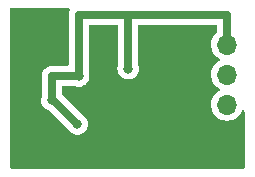
<source format=gbr>
%TF.GenerationSoftware,KiCad,Pcbnew,7.0.1-3b83917a11~172~ubuntu22.04.1*%
%TF.CreationDate,2023-05-08T21:49:57+01:00*%
%TF.ProjectId,lm27762,6c6d3237-3736-4322-9e6b-696361645f70,rev?*%
%TF.SameCoordinates,Original*%
%TF.FileFunction,Copper,L2,Bot*%
%TF.FilePolarity,Positive*%
%FSLAX46Y46*%
G04 Gerber Fmt 4.6, Leading zero omitted, Abs format (unit mm)*
G04 Created by KiCad (PCBNEW 7.0.1-3b83917a11~172~ubuntu22.04.1) date 2023-05-08 21:49:57*
%MOMM*%
%LPD*%
G01*
G04 APERTURE LIST*
%TA.AperFunction,ComponentPad*%
%ADD10C,0.600000*%
%TD*%
%TA.AperFunction,SMDPad,CuDef*%
%ADD11R,2.650000X1.000000*%
%TD*%
%TA.AperFunction,ComponentPad*%
%ADD12R,1.700000X1.700000*%
%TD*%
%TA.AperFunction,ComponentPad*%
%ADD13O,1.700000X1.700000*%
%TD*%
%TA.AperFunction,ViaPad*%
%ADD14C,0.800000*%
%TD*%
%TA.AperFunction,Conductor*%
%ADD15C,0.700000*%
%TD*%
G04 APERTURE END LIST*
D10*
%TO.P,U1,13,TP*%
%TO.N,GND*%
X115209000Y-63566000D03*
X116209000Y-63566000D03*
D11*
X116209000Y-63566000D03*
D10*
X117209000Y-63566000D03*
%TD*%
D12*
%TO.P,J1,1,Pin_1*%
%TO.N,GND*%
X126619000Y-67310000D03*
D13*
%TO.P,J1,2,Pin_2*%
%TO.N,/VOUT-*%
X126619000Y-64770000D03*
%TO.P,J1,3,Pin_3*%
%TO.N,/VOUT+*%
X126619000Y-62230000D03*
%TO.P,J1,4,Pin_4*%
%TO.N,/VIN*%
X126619000Y-59690000D03*
%TD*%
D14*
%TO.N,GND*%
X121335800Y-59969400D03*
X116459000Y-65708000D03*
X121285000Y-62484000D03*
%TO.N,/VIN*%
X111760000Y-64389000D03*
X118237000Y-61722000D03*
X114046000Y-62357000D03*
X113919000Y-66421000D03*
%TD*%
D15*
%TO.N,/VIN*%
X113919000Y-66421000D02*
X111760000Y-64262000D01*
X111760000Y-64262000D02*
X111760000Y-62357000D01*
X111760000Y-62357000D02*
X114046000Y-62357000D01*
X114046000Y-57150000D02*
X114046000Y-62357000D01*
X126619000Y-57150000D02*
X118237000Y-57150000D01*
X118237000Y-57150000D02*
X114046000Y-57150000D01*
X118237000Y-61722000D02*
X118237000Y-57150000D01*
X126619000Y-59690000D02*
X126619000Y-57150000D01*
%TD*%
%TA.AperFunction,Conductor*%
%TO.N,GND*%
G36*
X113247490Y-56579248D02*
G01*
X113293117Y-56627413D01*
X113307383Y-56692205D01*
X113292704Y-56735778D01*
X113295132Y-56736746D01*
X113265674Y-56810675D01*
X113263023Y-56816838D01*
X113235268Y-56876832D01*
X113232440Y-56889679D01*
X113226536Y-56908907D01*
X113221668Y-56921125D01*
X113210976Y-56986344D01*
X113209711Y-56992937D01*
X113195500Y-57057502D01*
X113195500Y-57070654D01*
X113193866Y-57090716D01*
X113191740Y-57103682D01*
X113195318Y-57169678D01*
X113195500Y-57176391D01*
X113195500Y-61382500D01*
X113178887Y-61444500D01*
X113133500Y-61489887D01*
X113071500Y-61506500D01*
X111839346Y-61506500D01*
X111819286Y-61504866D01*
X111806317Y-61502740D01*
X111740322Y-61506318D01*
X111733609Y-61506500D01*
X111713881Y-61506500D01*
X111694269Y-61508631D01*
X111687590Y-61509175D01*
X111621594Y-61512754D01*
X111608919Y-61516273D01*
X111589171Y-61520062D01*
X111576091Y-61521485D01*
X111513457Y-61542589D01*
X111507038Y-61544560D01*
X111443338Y-61562246D01*
X111431713Y-61568409D01*
X111413238Y-61576357D01*
X111400777Y-61580556D01*
X111344148Y-61614628D01*
X111338307Y-61617931D01*
X111279894Y-61648901D01*
X111269875Y-61657411D01*
X111253541Y-61669143D01*
X111242265Y-61675928D01*
X111194266Y-61721395D01*
X111189269Y-61725878D01*
X111138900Y-61768663D01*
X111130940Y-61779133D01*
X111117509Y-61794104D01*
X111107959Y-61803150D01*
X111070859Y-61857867D01*
X111066944Y-61863317D01*
X111026945Y-61915935D01*
X111021422Y-61927874D01*
X111011521Y-61945385D01*
X111004142Y-61956269D01*
X110979674Y-62017675D01*
X110977023Y-62023838D01*
X110949268Y-62083832D01*
X110946440Y-62096679D01*
X110940536Y-62115907D01*
X110935668Y-62128125D01*
X110924976Y-62193344D01*
X110923711Y-62199937D01*
X110909500Y-62264502D01*
X110909500Y-62277654D01*
X110907866Y-62297716D01*
X110905740Y-62310682D01*
X110909318Y-62376678D01*
X110909500Y-62383391D01*
X110909500Y-64072851D01*
X110903431Y-64111169D01*
X110874326Y-64200742D01*
X110854540Y-64388999D01*
X110874326Y-64577257D01*
X110932820Y-64757284D01*
X111027466Y-64921216D01*
X111154129Y-65061889D01*
X111307269Y-65173151D01*
X111480193Y-65250143D01*
X111480196Y-65250143D01*
X111480197Y-65250144D01*
X111527018Y-65260096D01*
X111560401Y-65272411D01*
X111588915Y-65293704D01*
X113090283Y-66795072D01*
X113109989Y-66820753D01*
X113186466Y-66953216D01*
X113313129Y-67093889D01*
X113466269Y-67205151D01*
X113639197Y-67282144D01*
X113824352Y-67321500D01*
X113824354Y-67321500D01*
X114013646Y-67321500D01*
X114013648Y-67321500D01*
X114137084Y-67295262D01*
X114198803Y-67282144D01*
X114371730Y-67205151D01*
X114524871Y-67093888D01*
X114651533Y-66953216D01*
X114746179Y-66789284D01*
X114804674Y-66609256D01*
X114824460Y-66421000D01*
X114804674Y-66232744D01*
X114746179Y-66052716D01*
X114746179Y-66052715D01*
X114651533Y-65888783D01*
X114524870Y-65748110D01*
X114371734Y-65636850D01*
X114331270Y-65618835D01*
X114294025Y-65593236D01*
X112646819Y-63946030D01*
X112619939Y-63905802D01*
X112610500Y-63858349D01*
X112610500Y-63331500D01*
X112627113Y-63269500D01*
X112672500Y-63224113D01*
X112734500Y-63207500D01*
X113715932Y-63207500D01*
X113753440Y-63215472D01*
X113753449Y-63215435D01*
X113951352Y-63257500D01*
X113951354Y-63257500D01*
X114140646Y-63257500D01*
X114140648Y-63257500D01*
X114264084Y-63231262D01*
X114325803Y-63218144D01*
X114498730Y-63141151D01*
X114553437Y-63101404D01*
X114651870Y-63029889D01*
X114778533Y-62889216D01*
X114873179Y-62725284D01*
X114883454Y-62693662D01*
X114931674Y-62545256D01*
X114951460Y-62357000D01*
X114931674Y-62168744D01*
X114902568Y-62079167D01*
X114896500Y-62040851D01*
X114896500Y-58124500D01*
X114913113Y-58062500D01*
X114958500Y-58017113D01*
X115020500Y-58000500D01*
X117262500Y-58000500D01*
X117324500Y-58017113D01*
X117369887Y-58062500D01*
X117386500Y-58124500D01*
X117386500Y-61405851D01*
X117380431Y-61444169D01*
X117351326Y-61533742D01*
X117331540Y-61722000D01*
X117351326Y-61910257D01*
X117409820Y-62090284D01*
X117504466Y-62254216D01*
X117631129Y-62394889D01*
X117784269Y-62506151D01*
X117957197Y-62583144D01*
X118142352Y-62622500D01*
X118142354Y-62622500D01*
X118331646Y-62622500D01*
X118331648Y-62622500D01*
X118455083Y-62596262D01*
X118516803Y-62583144D01*
X118689730Y-62506151D01*
X118842871Y-62394888D01*
X118969533Y-62254216D01*
X119064179Y-62090284D01*
X119122674Y-61910256D01*
X119142460Y-61722000D01*
X119122674Y-61533744D01*
X119093568Y-61444167D01*
X119087500Y-61405851D01*
X119087500Y-58124500D01*
X119104113Y-58062500D01*
X119149500Y-58017113D01*
X119211500Y-58000500D01*
X125644500Y-58000500D01*
X125706500Y-58017113D01*
X125751887Y-58062500D01*
X125768500Y-58124500D01*
X125768500Y-58579242D01*
X125759061Y-58626695D01*
X125732181Y-58666923D01*
X125580505Y-58818598D01*
X125444965Y-59012170D01*
X125345097Y-59226336D01*
X125283936Y-59454592D01*
X125263340Y-59690000D01*
X125283936Y-59925407D01*
X125328709Y-60092501D01*
X125345097Y-60153663D01*
X125444965Y-60367830D01*
X125580505Y-60561401D01*
X125747599Y-60728495D01*
X125933160Y-60858426D01*
X125972024Y-60902743D01*
X125986035Y-60960000D01*
X125972024Y-61017257D01*
X125933159Y-61061575D01*
X125747595Y-61191508D01*
X125580505Y-61358598D01*
X125444965Y-61552170D01*
X125345097Y-61766336D01*
X125283936Y-61994592D01*
X125263340Y-62229999D01*
X125283936Y-62465407D01*
X125305332Y-62545256D01*
X125345097Y-62693663D01*
X125444965Y-62907830D01*
X125580505Y-63101401D01*
X125747599Y-63268495D01*
X125933160Y-63398426D01*
X125972024Y-63442743D01*
X125986035Y-63500000D01*
X125972024Y-63557257D01*
X125933159Y-63601575D01*
X125747595Y-63731508D01*
X125580505Y-63898598D01*
X125444965Y-64092170D01*
X125345097Y-64306336D01*
X125283936Y-64534592D01*
X125263340Y-64770000D01*
X125283936Y-65005407D01*
X125328709Y-65172501D01*
X125345097Y-65233663D01*
X125444965Y-65447830D01*
X125580505Y-65641401D01*
X125747599Y-65808495D01*
X125941170Y-65944035D01*
X126155337Y-66043903D01*
X126383592Y-66105063D01*
X126619000Y-66125659D01*
X126854408Y-66105063D01*
X127082663Y-66043903D01*
X127296830Y-65944035D01*
X127490401Y-65808495D01*
X127657495Y-65641401D01*
X127793035Y-65447830D01*
X127860118Y-65303969D01*
X127903160Y-65253574D01*
X127966010Y-65232545D01*
X128030715Y-65246890D01*
X128078789Y-65292510D01*
X128096500Y-65356375D01*
X128096500Y-70060500D01*
X128079887Y-70122500D01*
X128034500Y-70167887D01*
X127972500Y-70184500D01*
X108374500Y-70184500D01*
X108312500Y-70167887D01*
X108267113Y-70122500D01*
X108250500Y-70060500D01*
X108250500Y-56685500D01*
X108267113Y-56623500D01*
X108312500Y-56578113D01*
X108374500Y-56561500D01*
X113183564Y-56561500D01*
X113247490Y-56579248D01*
G37*
%TD.AperFunction*%
%TD*%
M02*

</source>
